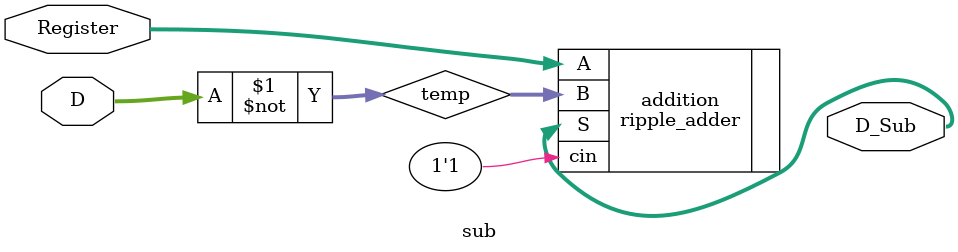
<source format=sv>
module sub( input [8:0] D,
				input [8:0] Register,
				output [8:0] D_Sub);
				
	
logic [8:0] temp;

assign temp = ~D;


	
	ripple_adder addition (.A(Register), .B(temp), .cin(1'b1), .S(D_Sub));
	
	
endmodule
</source>
